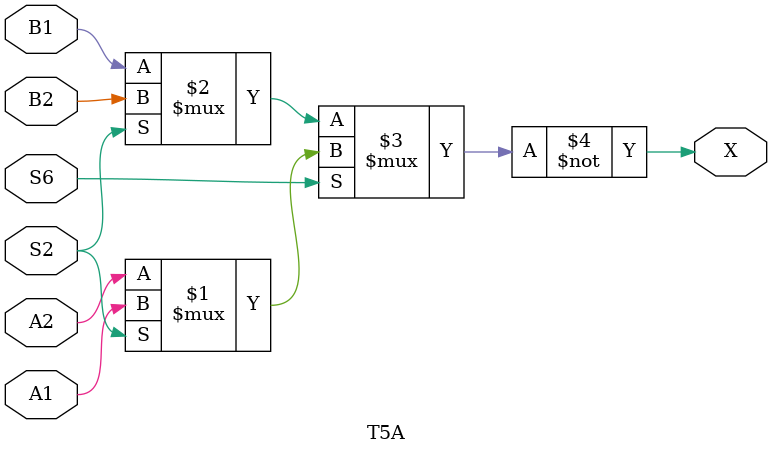
<source format=v>
module T5A(	// file.cleaned.mlir:2:3
  input  A1,	// file.cleaned.mlir:2:21
         A2,	// file.cleaned.mlir:2:34
         B1,	// file.cleaned.mlir:2:47
         B2,	// file.cleaned.mlir:2:60
         S2,	// file.cleaned.mlir:2:73
         S6,	// file.cleaned.mlir:2:86
  output X	// file.cleaned.mlir:2:100
);

  assign X = ~(S6 ? (S2 ? A1 : A2) : S2 ? B2 : B1);	// file.cleaned.mlir:4:10, :5:10, :6:10, :7:10, :8:5
endmodule


</source>
